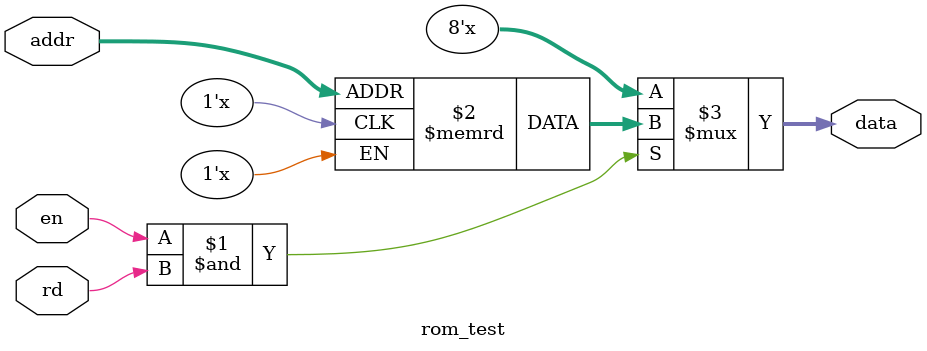
<source format=v>
`timescale 1ns / 1ps


module rom_test(
    input rd,
    input en,
    input [12:0] addr,
    output [7:0] data
    );

    reg [7:0] mem [13'h1ff:0];
    assign data = (en & rd)?mem[addr]:8'bzzzz_zzzz;
endmodule

</source>
